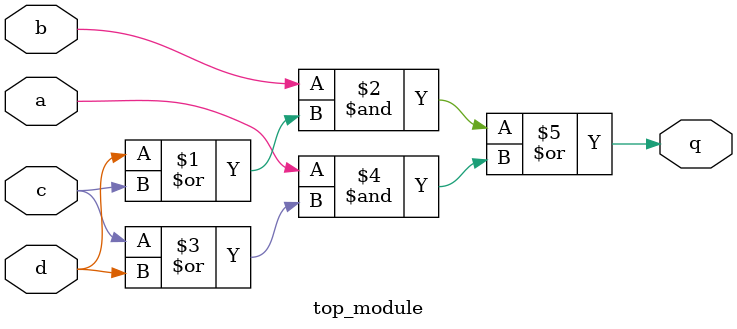
<source format=v>
module top_module (
    input a,
    input b,
    input c,
    input d,
    output q );//

    assign q = b & (d | c) | a & (c | d); // Fix me

endmodule

</source>
